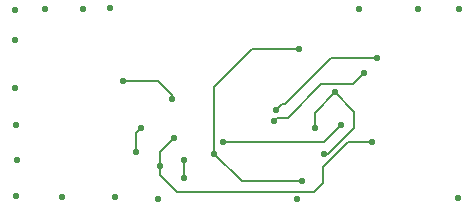
<source format=gbr>
%TF.GenerationSoftware,KiCad,Pcbnew,(6.0.7)*%
%TF.CreationDate,2022-09-05T13:16:06+02:00*%
%TF.ProjectId,blackmagic_mini,626c6163-6b6d-4616-9769-635f6d696e69,rev?*%
%TF.SameCoordinates,Original*%
%TF.FileFunction,Copper,L2,Bot*%
%TF.FilePolarity,Positive*%
%FSLAX46Y46*%
G04 Gerber Fmt 4.6, Leading zero omitted, Abs format (unit mm)*
G04 Created by KiCad (PCBNEW (6.0.7)) date 2022-09-05 13:16:06*
%MOMM*%
%LPD*%
G01*
G04 APERTURE LIST*
%TA.AperFunction,ViaPad*%
%ADD10C,0.558800*%
%TD*%
%TA.AperFunction,Conductor*%
%ADD11C,0.200000*%
%TD*%
G04 APERTURE END LIST*
D10*
%TO.N,GND*%
X47075000Y-32900000D03*
X46250000Y-30750000D03*
X47975000Y-27700000D03*
X50025000Y-20625000D03*
X55000000Y-20675000D03*
X58475000Y-20625000D03*
X58400000Y-36625000D03*
X44800000Y-36700000D03*
X33000000Y-36700000D03*
X29375000Y-36525000D03*
X24875000Y-36525000D03*
X20950000Y-36500000D03*
X21050000Y-33450000D03*
X20975000Y-30425000D03*
X20900000Y-27350000D03*
X20850000Y-23275000D03*
X28900000Y-20575000D03*
X26625000Y-20600000D03*
X23400000Y-20600000D03*
X20850000Y-20700000D03*
%TO.N,/RXD*%
X51150000Y-31925000D03*
%TO.N,/TXD*%
X48500000Y-30475000D03*
X38500000Y-31925000D03*
%TO.N,+3V3*%
X45180000Y-35220000D03*
X37750000Y-32875000D03*
X44900000Y-24050000D03*
%TO.N,/RXD*%
X33200000Y-33950000D03*
%TO.N,Net-(U2-Pad34)*%
X35225000Y-34925000D03*
X35200000Y-33425000D03*
%TO.N,Net-(R10-Pad2)*%
X34212500Y-28287500D03*
X30000000Y-26725000D03*
%TO.N,/TDO*%
X50475000Y-26075000D03*
X42825000Y-30125000D03*
%TO.N,Net-(R1-Pad2)*%
X31112500Y-32712500D03*
X31575000Y-30700000D03*
%TO.N,/RXD*%
X34350000Y-31550000D03*
%TO.N,/RST*%
X43000000Y-29200000D03*
X51550000Y-24775000D03*
%TD*%
D11*
%TO.N,GND*%
X49600000Y-29325000D02*
X47975000Y-27700000D01*
X49600000Y-30700000D02*
X49600000Y-29325000D01*
X47400000Y-32900000D02*
X49600000Y-30700000D01*
X47075000Y-32900000D02*
X47400000Y-32900000D01*
%TO.N,/TXD*%
X47050000Y-31925000D02*
X38500000Y-31925000D01*
X48500000Y-30475000D02*
X47050000Y-31925000D01*
%TO.N,/RXD*%
X33200000Y-34700000D02*
X33200000Y-33950000D01*
X46225000Y-36125000D02*
X34625000Y-36125000D01*
X46950000Y-34050000D02*
X46950000Y-35400000D01*
X49075000Y-31925000D02*
X46950000Y-34050000D01*
X46950000Y-35400000D02*
X46225000Y-36125000D01*
X51150000Y-31925000D02*
X49075000Y-31925000D01*
X34625000Y-36125000D02*
X33200000Y-34700000D01*
%TO.N,GND*%
X47975000Y-27700000D02*
X46250000Y-29425000D01*
X46250000Y-29425000D02*
X46250000Y-30750000D01*
%TO.N,/TDO*%
X43975000Y-29850000D02*
X43100000Y-29850000D01*
X43100000Y-29850000D02*
X42825000Y-30125000D01*
X46800000Y-27025000D02*
X43975000Y-29850000D01*
X50475000Y-26075000D02*
X49525000Y-27025000D01*
X49525000Y-27025000D02*
X46800000Y-27025000D01*
%TO.N,/RST*%
X43750000Y-28675000D02*
X47650000Y-24775000D01*
X47650000Y-24775000D02*
X51550000Y-24775000D01*
X43525000Y-28675000D02*
X43750000Y-28675000D01*
X43000000Y-29200000D02*
X43525000Y-28675000D01*
%TO.N,+3V3*%
X40975000Y-24050000D02*
X37750000Y-27275000D01*
X37750000Y-27275000D02*
X37750000Y-32875000D01*
X44900000Y-24050000D02*
X40975000Y-24050000D01*
X40095000Y-35220000D02*
X45180000Y-35220000D01*
X37750000Y-32875000D02*
X40095000Y-35220000D01*
%TO.N,Net-(U2-Pad34)*%
X35200000Y-33425000D02*
X35225000Y-33450000D01*
X35225000Y-33450000D02*
X35225000Y-34925000D01*
%TO.N,/RXD*%
X33200000Y-32700000D02*
X34350000Y-31550000D01*
X33200000Y-33950000D02*
X33200000Y-32700000D01*
%TO.N,Net-(R10-Pad2)*%
X34212500Y-27937500D02*
X34212500Y-28287500D01*
X33000000Y-26725000D02*
X34212500Y-27937500D01*
X30000000Y-26725000D02*
X33000000Y-26725000D01*
%TO.N,Net-(R1-Pad2)*%
X31112500Y-31162500D02*
X31112500Y-32712500D01*
X31575000Y-30700000D02*
X31112500Y-31162500D01*
%TD*%
M02*

</source>
